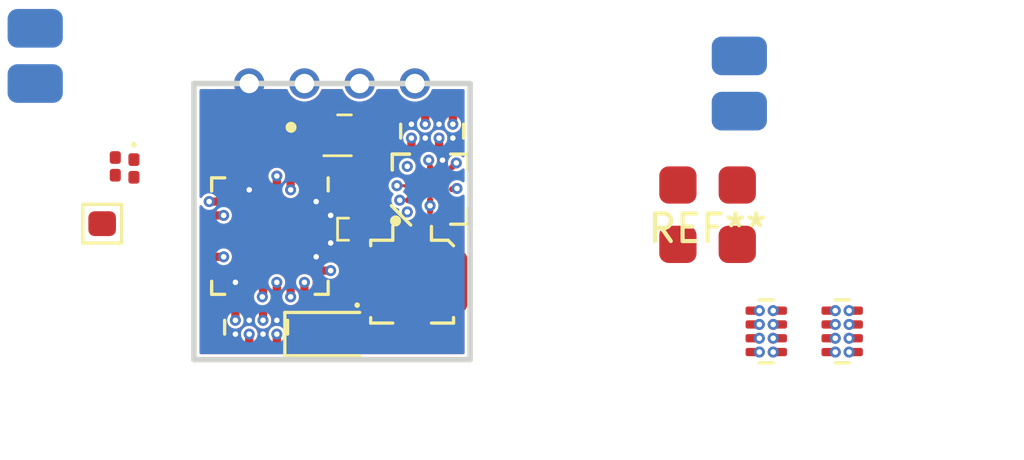
<source format=kicad_pcb>
(kicad_pcb (version 20171130) (host pcbnew 5.1.6-c6e7f7d~87~ubuntu18.04.1)
  (layers (0 F.Cu signal) (1 In1.Cu_Gnd signal) (2 In2.Cu_3V3 signal) (31 B.Cu signal) (34 B.Paste user) (35 F.Paste user) (36 B.SilkS user hide) (37 F.SilkS user) (38 B.Mask user) (39 F.Mask user) (44 Edge.Cuts user))
  (net 0 "")
  (net 1 GND)
  (net 2 3.3-5V_IN)
  (net 3 +3V3)
  (net 4 "Net-(D1-Pad1)")
  (net 5 LED1)
  (net 6 LED2)
  (net 7 Boot0)
  (net 8 UART_RX)
  (net 9 UART_TX)
  (net 10 NRST)
  (net 11 SWDIO)
  (net 12 "Net-(U1-PadC3)")
  (net 13 "Net-(U1-PadC4)")
  (net 14 "Net-(U1-PadD2)")
  (net 15 "Net-(D2-Pad2)")
  (net 16 "Net-(U1-PadB5)")
  (net 17 "Net-(U3-Pad14)")
  (net 18 "Net-(U3-Pad10)")
  (net 19 "Net-(U3-Pad9)")
  (net 20 "Net-(U3-Pad6)")
  (net 21 "Net-(U3-Pad4)")
  (net 22 "Net-(C6-Pad1)")
  (net 23 "Net-(C13-Pad1)")
  (net 24 "Net-(J1-Pad1)")
  (net 25 "Net-(U3-Pad22)")
  (net 26 NSS)
  (net 27 SCK)
  (net 28 MOSI)
  (net 29 MISO)
  (net 30 NRESET)
  (net 31 DI)
  (net 32 BUSY)
  (net 33 SWDCLK_BOOT0)
  (net 34 "Net-(U1-PadD1)")
  (net 35 "Net-(U1-PadB1)")
  (module footprints:molex_479480001_2g4-turret (layer F.Cu) (at 138.6 55.75)
    (fp_text reference REF** (at 0 0.5) (layer F.SilkS))
    (fp_text value molex_479480001_2g4-turret)
    (pad 2 smd roundrect (at -1.075 -1.075) (size 1.35 1.35) (layers F.Cu F.Paste F.Mask))
    (pad 2 smd roundrect (at 1.075 -1.075) (size 1.35 1.35) (layers F.Cu F.Paste F.Mask))
    (pad 2 smd roundrect (at 1.075 1.075) (size 1.35 1.35) (layers F.Cu F.Paste F.Mask))
    (pad 1 smd roundrect (at -1.075 1.075) (size 1.35 1.35) (layers F.Cu F.Paste F.Mask))
  )
  (module footprints:C_0402_1005Metric_dense (layer F.Cu) (at 120.725 59.55 270)
    (fp_text reference C13 hide)
    (fp_text value 470nF hide)
    (pad 2 smd roundrect (at 0.485 0 270) (size 0.59 0.64) (layers F.Cu F.Paste F.Mask) (net 1 GND))
    (pad 1 smd roundrect (at -0.485 0 270) (size 0.59 0.64) (layers F.Cu F.Paste F.Mask) (net 23 "Net-(C13-Pad1)"))
  )
  (module footprints:corner_castellated (layer F.Cu) (at 122 51)
    (fp_text reference TP9 hide)
    (fp_text value "Pad 1.5x1.5mm" hide)
    (pad 1 thru_hole circle (at 0 0) (size 1.1 1.1) (drill 0.7) (layers *.Cu *.Mask) (net 1 GND))
  )
  (module footprints:corner_castellated (layer F.Cu) (at 128 51)
    (fp_text reference TP8 hide)
    (fp_text value "Pad 1.5x1.5mm" hide)
    (pad 1 thru_hole circle (at 0 0) (size 1.1 1.1) (drill 0.7) (layers *.Cu *.Mask) (net 8 UART_RX))
  )
  (module footprints:corner_castellated (layer F.Cu) (at 126 51)
    (fp_text reference TP7 hide)
    (fp_text value "Pad 1.5x1.5mm" hide)
    (pad 1 thru_hole circle (at 0 0) (size 1.1 1.1) (drill 0.7) (layers *.Cu *.Mask) (net 9 UART_TX))
  )
  (module footprints:corner_castellated (layer F.Cu) (at 124 51)
    (fp_text reference TP6 hide)
    (fp_text value "Pad 1.5x1.5mm" hide)
    (pad 1 thru_hole circle (at 0 0) (size 1.1 1.1) (drill 0.7) (layers *.Cu *.Mask) (net 2 3.3-5V_IN))
  )
  (module footprints:QFN-24-1EP_4x4mm_P0.5mm_EP2.6x2.6mm_SX1280_dense (layer F.Cu) (at 122.75 56.525 270)
    (fp_text reference U3 hide)
    (fp_text value SX1280 hide)
    (fp_line (start -1.635 -2.11) (end -2.11 -2.11) (layer F.SilkS) (width 0.12))
    (fp_line (start 2.11 2.11) (end 2.11 1.635) (layer F.SilkS) (width 0.12))
    (fp_line (start 1.635 2.11) (end 2.11 2.11) (layer F.SilkS) (width 0.12))
    (fp_line (start -2.11 2.11) (end -2.11 1.635) (layer F.SilkS) (width 0.12))
    (fp_line (start -1.635 2.11) (end -2.11 2.11) (layer F.SilkS) (width 0.12))
    (fp_line (start 2.11 -2.11) (end 2.11 -1.635) (layer F.SilkS) (width 0.12))
    (fp_line (start 1.635 -2.11) (end 2.11 -2.11) (layer F.SilkS) (width 0.12))
    (pad 0 smd rect (at 0 0 270) (size 2.6 2.6) (layers F.Cu F.Mask) (net 1 GND))
    (pad 24 smd roundrect (at -1.25 -1.9375 270) (size 0.3 0.8) (layers F.Cu F.Paste F.Mask) (net 1 GND))
    (pad 23 smd roundrect (at -0.75 -1.9375 270) (size 0.3 0.8) (layers F.Cu F.Paste F.Mask) (net 1 GND))
    (pad 22 smd roundrect (at -0.25 -1.9375 270) (size 0.3 0.8) (layers F.Cu F.Paste F.Mask) (net 25 "Net-(U3-Pad22)"))
    (pad 21 smd roundrect (at 0.25 -1.9375 270) (size 0.3 0.8) (layers F.Cu F.Paste F.Mask) (net 1 GND))
    (pad 20 smd roundrect (at 0.75 -1.9375 270) (size 0.3 0.8) (layers F.Cu F.Paste F.Mask) (net 1 GND))
    (pad 19 smd roundrect (at 1.25 -1.9375 270) (size 0.3 0.8) (layers F.Cu F.Paste F.Mask) (net 26 NSS))
    (pad 18 smd roundrect (at 1.9375 -1.25 270) (size 0.8 0.3) (layers F.Cu F.Paste F.Mask) (net 27 SCK))
    (pad 17 smd roundrect (at 1.9375 -0.75 270) (size 0.8 0.3) (layers F.Cu F.Paste F.Mask) (net 28 MOSI))
    (pad 16 smd roundrect (at 1.9375 -0.25 270) (size 0.8 0.3) (layers F.Cu F.Paste F.Mask) (net 29 MISO))
    (pad 15 smd roundrect (at 1.9375 0.25 270) (size 0.8 0.3) (layers F.Cu F.Paste F.Mask) (net 3 +3V3))
    (pad 14 smd roundrect (at 1.9375 0.75 270) (size 0.8 0.3) (layers F.Cu F.Paste F.Mask) (net 17 "Net-(U3-Pad14)"))
    (pad 13 smd roundrect (at 1.9375 1.25 270) (size 0.8 0.3) (layers F.Cu F.Paste F.Mask) (net 1 GND))
    (pad 12 smd roundrect (at 1.25 1.9375 270) (size 0.3 0.8) (layers F.Cu F.Paste F.Mask) (net 23 "Net-(C13-Pad1)"))
    (pad 11 smd roundrect (at 0.75 1.9375 270) (size 0.3 0.8) (layers F.Cu F.Paste F.Mask) (net 3 +3V3))
    (pad 10 smd roundrect (at 0.25 1.9375 270) (size 0.3 0.8) (layers F.Cu F.Paste F.Mask) (net 18 "Net-(U3-Pad10)"))
    (pad 9 smd roundrect (at -0.25 1.9375 270) (size 0.3 0.8) (layers F.Cu F.Paste F.Mask) (net 19 "Net-(U3-Pad9)"))
    (pad 8 smd roundrect (at -0.75 1.9375 270) (size 0.3 0.8) (layers F.Cu F.Paste F.Mask) (net 31 DI))
    (pad 7 smd roundrect (at -1.25 1.9375 270) (size 0.3 0.8) (layers F.Cu F.Paste F.Mask) (net 32 BUSY))
    (pad 6 smd roundrect (at -1.9375 1.25 270) (size 0.8 0.3) (layers F.Cu F.Paste F.Mask) (net 20 "Net-(U3-Pad6)"))
    (pad 5 smd roundrect (at -1.9375 0.75 270) (size 0.8 0.3) (layers F.Cu F.Paste F.Mask) (net 1 GND))
    (pad 4 smd roundrect (at -1.9375 0.25 270) (size 0.8 0.3) (layers F.Cu F.Paste F.Mask) (net 21 "Net-(U3-Pad4)"))
    (pad 3 smd roundrect (at -1.9375 -0.25 270) (size 0.8 0.3) (layers F.Cu F.Paste F.Mask) (net 30 NRESET))
    (pad 2 smd roundrect (at -1.9375 -0.75 270) (size 0.8 0.3) (layers F.Cu F.Paste F.Mask) (net 23 "Net-(C13-Pad1)"))
    (pad 1 smd roundrect (at -1.9375 -1.25 270) (size 0.8 0.3) (layers F.Cu F.Paste F.Mask) (net 22 "Net-(C6-Pad1)"))
  )
  (module footprints:C_0201_0603Metric_dense (layer F.Cu) (at 123.5 53.425 90)
    (fp_text reference C4 hide)
    (fp_text value 10nF hide)
    (pad 2 smd roundrect (at 0.32 0 90) (size 0.46 0.4) (layers F.Cu F.Mask) (net 1 GND))
    (pad 1 smd roundrect (at -0.32 0 90) (size 0.46 0.4) (layers F.Cu F.Mask) (net 23 "Net-(C13-Pad1)"))
  )
  (module footprints:XTAL_ECS-320-8-47-CKM-TR (layer F.Cu) (at 122 53.125 180)
    (fp_text reference Y1 hide)
    (fp_text value 52M hide)
    (fp_circle (center -1.515 0.5398) (end -1.415 0.5398) (layer F.SilkS) (width 0.2))
    (pad 4 smd rect (at -0.525 -0.375 180) (size 0.75 0.65) (layers F.Cu F.Paste F.Mask) (net 21 "Net-(U3-Pad4)"))
    (pad 3 smd rect (at 0.525 -0.375 180) (size 0.75 0.65) (layers F.Cu F.Paste F.Mask) (net 1 GND))
    (pad 2 smd rect (at 0.525 0.375 180) (size 0.75 0.65) (layers F.Cu F.Paste F.Mask) (net 20 "Net-(U3-Pad6)"))
    (pad 1 smd rect (at -0.525 0.375 180) (size 0.75 0.65) (layers F.Cu F.Paste F.Mask) (net 1 GND))
  )
  (module footprints:2450FM07D0034T (layer F.Cu) (at 126.2 56.275)
    (fp_text reference U4 hide)
    (fp_text value 2450FM07D0034T hide)
    (fp_line (start -0.6 -0.4) (end -1 -0.4) (layer F.SilkS) (width 0.1))
    (fp_line (start -1 -0.4) (end -1 0.4) (layer F.SilkS) (width 0.1))
    (fp_line (start -1 0.4) (end -0.6 0.4) (layer F.SilkS) (width 0.1))
    (pad 4 smd roundrect (at 0 -0.35) (size 0.3 0.5) (layers F.Cu F.Paste F.Mask) (net 1 GND))
    (pad 3 smd roundrect (at 0.6 0) (size 0.55 0.55) (layers F.Cu F.Paste F.Mask) (net 24 "Net-(J1-Pad1)"))
    (pad 2 smd roundrect (at 0 0.35) (size 0.3 0.5) (layers F.Cu F.Paste F.Mask) (net 1 GND))
    (pad 1 smd roundrect (at -0.6 0) (size 0.55 0.55) (layers F.Cu F.Paste F.Mask) (net 25 "Net-(U3-Pad22)"))
  )
  (module footprints:C_0201_0603Metric_dense (layer F.Cu) (at 124.95 54.075)
    (fp_text reference C6 hide)
    (fp_text value 10nF hide)
    (pad 2 smd roundrect (at 0.32 0) (size 0.46 0.4) (layers F.Cu F.Mask) (net 1 GND))
    (pad 1 smd roundrect (at -0.32 0) (size 0.46 0.4) (layers F.Cu F.Mask) (net 22 "Net-(C6-Pad1)"))
  )
  (module footprints:BGA-25_5x5_2.3x2.5mm (layer F.Cu) (at 128.55 54.825 90)
    (fp_text reference U1 hide)
    (fp_text value STM32G071EBY6TR hide)
    (fp_line (start 0.695 -1.37) (end 1.27 -1.37) (layer F.SilkS) (width 0.12))
    (fp_line (start 1.27 -1.37) (end 1.27 -0.745) (layer F.SilkS) (width 0.12))
    (fp_line (start 0.695 -1.37) (end 1.27 -1.37) (layer F.SilkS) (width 0.12))
    (fp_line (start 1.27 -1.37) (end 1.27 -0.745) (layer F.SilkS) (width 0.12))
    (fp_line (start 0.695 1.37) (end 1.27 1.37) (layer F.SilkS) (width 0.12))
    (fp_line (start 1.27 1.37) (end 1.27 0.745) (layer F.SilkS) (width 0.12))
    (fp_line (start 0.695 -1.37) (end 1.27 -1.37) (layer F.SilkS) (width 0.12))
    (fp_line (start 1.27 -1.37) (end 1.27 -0.745) (layer F.SilkS) (width 0.12))
    (fp_line (start -0.695 1.37) (end -1.27 1.37) (layer F.SilkS) (width 0.12))
    (fp_line (start -1.27 1.37) (end -1.27 0.745) (layer F.SilkS) (width 0.12))
    (fp_line (start -0.6 -1.4) (end -1.3 -0.7) (layer F.SilkS) (width 0.12))
    (fp_circle (center -1.15 -1.25) (end -1.15 -1.15) (layer F.SilkS) (width 0.2))
    (pad E5 smd circle (at 0.8 0.8 90) (size 0.225 0.225) (layers F.Cu F.Paste F.Mask) (net 10 NRST))
    (pad D5 smd circle (at 0.8 0.4 90) (size 0.225 0.225) (layers F.Cu F.Paste F.Mask) (net 1 GND))
    (pad C5 smd circle (at 0.8 0 90) (size 0.225 0.225) (layers F.Cu F.Paste F.Mask) (net 3 +3V3))
    (pad B5 smd circle (at 0.8 -0.4 90) (size 0.225 0.225) (layers F.Cu F.Paste F.Mask) (net 16 "Net-(U1-PadB5)"))
    (pad A5 smd circle (at 0.8 -0.8 90) (size 0.225 0.225) (layers F.Cu F.Paste F.Mask) (net 31 DI))
    (pad E4 smd circle (at 0.4 0.8 90) (size 0.225 0.225) (layers F.Cu F.Paste F.Mask) (net 26 NSS))
    (pad D4 smd circle (at 0.4 0.4 90) (size 0.225 0.225) (layers F.Cu F.Paste F.Mask) (net 30 NRESET))
    (pad C4 smd circle (at 0.4 0 90) (size 0.225 0.225) (layers F.Cu F.Paste F.Mask) (net 13 "Net-(U1-PadC4)"))
    (pad B4 smd circle (at 0.4 -0.4 90) (size 0.225 0.225) (layers F.Cu F.Paste F.Mask) (net 9 UART_TX))
    (pad A4 smd circle (at 0.4 -0.8 90) (size 0.225 0.225) (layers F.Cu F.Paste F.Mask) (net 8 UART_RX))
    (pad E3 smd circle (at 0 0.8 90) (size 0.225 0.225) (layers F.Cu F.Paste F.Mask) (net 27 SCK))
    (pad D3 smd circle (at 0 0.4 90) (size 0.225 0.225) (layers F.Cu F.Paste F.Mask) (net 30 NRESET))
    (pad C3 smd circle (at 0 0 90) (size 0.225 0.225) (layers F.Cu F.Paste F.Mask) (net 12 "Net-(U1-PadC3)"))
    (pad B3 smd circle (at 0 -0.4 90) (size 0.225 0.225) (layers F.Cu F.Paste F.Mask) (net 9 UART_TX))
    (pad A3 smd circle (at 0 -0.8 90) (size 0.225 0.225) (layers F.Cu F.Paste F.Mask) (net 28 MOSI))
    (pad E2 smd circle (at -0.4 0.8 90) (size 0.225 0.225) (layers F.Cu F.Paste F.Mask) (net 32 BUSY))
    (pad D2 smd circle (at -0.4 0.4 90) (size 0.225 0.225) (layers F.Cu F.Paste F.Mask) (net 14 "Net-(U1-PadD2)"))
    (pad C2 smd circle (at -0.4 0 90) (size 0.225 0.225) (layers F.Cu F.Paste F.Mask) (net 29 MISO))
    (pad B2 smd circle (at -0.4 -0.4 90) (size 0.225 0.225) (layers F.Cu F.Paste F.Mask) (net 11 SWDIO))
    (pad A2 smd circle (at -0.4 -0.8 90) (size 0.225 0.225) (layers F.Cu F.Paste F.Mask) (net 33 SWDCLK_BOOT0))
    (pad E1 smd circle (at -0.8 0.8 90) (size 0.225 0.225) (layers F.Cu F.Paste F.Mask) (net 5 LED1))
    (pad D1 smd circle (at -0.8 0.4 90) (size 0.225 0.225) (layers F.Cu F.Paste F.Mask) (net 34 "Net-(U1-PadD1)"))
    (pad C1 smd circle (at -0.8 0 90) (size 0.225 0.225) (layers F.Cu F.Paste F.Mask) (net 29 MISO))
    (pad B1 smd circle (at -0.8 -0.4 90) (size 0.225 0.225) (layers F.Cu F.Paste F.Mask) (net 35 "Net-(U1-PadB1)"))
    (pad A1 smd circle (at -0.8 -0.8 90) (size 0.225 0.225) (layers F.Cu F.Paste F.Mask) (net 11 SWDIO))
  )
  (module ftprnts:AVX_S_CASE (layer F.Cu) (at 124.65 60.075)
    (fp_text reference C12 hide)
    (fp_text value 100uF hide)
    (fp_line (start -1.36 -0.785) (end -1.36 0.785) (layer F.SilkS) (width 0.12))
    (fp_line (start -1.36 0.785) (end 1.35 0.785) (layer F.SilkS) (width 0.12))
    (fp_line (start 1.35 -0.785) (end -1.36 -0.785) (layer F.SilkS) (width 0.12))
    (pad 2 smd roundrect (at 0.85 0) (size 0.7 1) (layers F.Cu F.Paste F.Mask) (roundrect_rratio 0.1) (net 1 GND))
    (pad 1 smd roundrect (at -0.85 0 180) (size 0.7 1) (layers F.Cu F.Paste F.Mask) (roundrect_rratio 0.1) (net 3 +3V3))
  )
  (module footprints:0805_low_esl_cap_avx_w_via_dense (layer F.Cu) (at 122.25 59.825 270)
    (fp_text reference C11 hide)
    (fp_text value 2.2uF hide)
    (fp_line (start 0.25 -1.14) (end -0.25 -1.14) (layer F.SilkS) (width 0.12))
    (fp_line (start 0.25 1.14) (end -0.25 1.14) (layer F.SilkS) (width 0.12))
    (pad 2 thru_hole circle (at -0.25 -0.25 270) (size 0.4 0.4) (drill 0.2) (layers *.Cu) (net 3 +3V3))
    (pad 1 thru_hole circle (at -0.25 0.25 270) (size 0.4 0.4) (drill 0.2) (layers *.Cu) (net 1 GND))
    (pad 2 smd roundrect (at -0.5 -0.25 270) (size 0.5 0.3) (layers F.Cu F.Paste F.Mask) (net 3 +3V3))
    (pad 1 smd roundrect (at -0.5 0.25 270) (size 0.5 0.3) (layers F.Cu F.Paste F.Mask) (net 1 GND))
    (pad 2 smd roundrect (at 0.5 0.25 270) (size 0.5 0.3) (layers F.Cu F.Paste F.Mask) (net 3 +3V3))
    (pad 1 smd roundrect (at -0.5 -0.75 270) (size 0.5 0.3) (layers F.Cu F.Paste F.Mask) (net 1 GND))
    (pad 2 smd roundrect (at 0.5 -0.75 270) (size 0.5 0.3) (layers F.Cu F.Paste F.Mask) (net 3 +3V3))
    (pad 1 smd roundrect (at 0.5 -0.25 270) (size 0.5 0.3) (layers F.Cu F.Paste F.Mask) (net 1 GND))
    (pad 2 smd roundrect (at -0.5 0.75 270) (size 0.5 0.3) (layers F.Cu F.Paste F.Mask) (net 3 +3V3))
    (pad 1 smd roundrect (at 0.5 0.75 270) (size 0.5 0.3) (layers F.Cu F.Paste F.Mask) (net 1 GND))
    (pad 2 thru_hole circle (at -0.25 0.75 270) (size 0.4 0.4) (drill 0.2) (layers *.Cu) (net 3 +3V3))
    (pad 2 thru_hole circle (at 0.25 0.25 270) (size 0.4 0.4) (drill 0.2) (layers *.Cu) (net 3 +3V3))
    (pad 1 thru_hole circle (at -0.25 -0.75 270) (size 0.4 0.4) (drill 0.2) (layers *.Cu) (net 1 GND))
    (pad 1 thru_hole circle (at 0.25 0.75 270) (size 0.4 0.4) (drill 0.2) (layers *.Cu) (net 1 GND))
    (pad 1 thru_hole circle (at 0.25 -0.25 270) (size 0.4 0.4) (drill 0.2) (layers *.Cu) (net 1 GND))
    (pad 2 thru_hole circle (at 0.25 -0.75 270) (size 0.4 0.4) (drill 0.2) (layers *.Cu) (net 3 +3V3))
  )
  (module footprints:0805_low_esl_cap_avx_w_via_dense (layer F.Cu) (at 128.625 52.725 270)
    (fp_text reference C10 hide)
    (fp_text value 2.2uF hide)
    (fp_line (start 0.25 1.14) (end -0.25 1.14) (layer F.SilkS) (width 0.12))
    (fp_line (start 0.25 -1.14) (end -0.25 -1.14) (layer F.SilkS) (width 0.12))
    (pad 2 thru_hole circle (at 0.25 -0.75 270) (size 0.4 0.4) (drill 0.2) (layers *.Cu) (net 1 GND))
    (pad 1 thru_hole circle (at 0.25 -0.25 270) (size 0.4 0.4) (drill 0.2) (layers *.Cu) (net 3 +3V3))
    (pad 1 thru_hole circle (at 0.25 0.75 270) (size 0.4 0.4) (drill 0.2) (layers *.Cu) (net 3 +3V3))
    (pad 1 thru_hole circle (at -0.25 -0.75 270) (size 0.4 0.4) (drill 0.2) (layers *.Cu) (net 3 +3V3))
    (pad 2 thru_hole circle (at 0.25 0.25 270) (size 0.4 0.4) (drill 0.2) (layers *.Cu) (net 1 GND))
    (pad 2 thru_hole circle (at -0.25 0.75 270) (size 0.4 0.4) (drill 0.2) (layers *.Cu) (net 1 GND))
    (pad 1 smd roundrect (at 0.5 0.75 270) (size 0.5 0.3) (layers F.Cu F.Paste F.Mask) (net 3 +3V3))
    (pad 2 smd roundrect (at -0.5 0.75 270) (size 0.5 0.3) (layers F.Cu F.Paste F.Mask) (net 1 GND))
    (pad 1 smd roundrect (at 0.5 -0.25 270) (size 0.5 0.3) (layers F.Cu F.Paste F.Mask) (net 3 +3V3))
    (pad 2 smd roundrect (at 0.5 -0.75 270) (size 0.5 0.3) (layers F.Cu F.Paste F.Mask) (net 1 GND))
    (pad 1 smd roundrect (at -0.5 -0.75 270) (size 0.5 0.3) (layers F.Cu F.Paste F.Mask) (net 3 +3V3))
    (pad 2 smd roundrect (at 0.5 0.25 270) (size 0.5 0.3) (layers F.Cu F.Paste F.Mask) (net 1 GND))
    (pad 1 smd roundrect (at -0.5 0.25 270) (size 0.5 0.3) (layers F.Cu F.Paste F.Mask) (net 3 +3V3))
    (pad 2 smd roundrect (at -0.5 -0.25 270) (size 0.5 0.3) (layers F.Cu F.Paste F.Mask) (net 1 GND))
    (pad 1 thru_hole circle (at -0.25 0.25 270) (size 0.4 0.4) (drill 0.2) (layers *.Cu) (net 3 +3V3))
    (pad 2 thru_hole circle (at -0.25 -0.25 270) (size 0.4 0.4) (drill 0.2) (layers *.Cu) (net 1 GND))
  )
  (module footprints:0805_low_esl_cap_avx_w_via_dense (layer F.Cu) (at 143.475 59.975)
    (fp_text reference C9 hide)
    (fp_text value 2.2uF hide)
    (fp_line (start 0.25 -1.14) (end -0.25 -1.14) (layer F.SilkS) (width 0.12))
    (fp_line (start 0.25 1.14) (end -0.25 1.14) (layer F.SilkS) (width 0.12))
    (pad 2 thru_hole circle (at -0.25 -0.25) (size 0.4 0.4) (drill 0.2) (layers *.Cu) (net 3 +3V3))
    (pad 1 thru_hole circle (at -0.25 0.25) (size 0.4 0.4) (drill 0.2) (layers *.Cu) (net 1 GND))
    (pad 2 smd roundrect (at -0.5 -0.25) (size 0.5 0.3) (layers F.Cu F.Paste F.Mask) (net 3 +3V3))
    (pad 1 smd roundrect (at -0.5 0.25) (size 0.5 0.3) (layers F.Cu F.Paste F.Mask) (net 1 GND))
    (pad 2 smd roundrect (at 0.5 0.25) (size 0.5 0.3) (layers F.Cu F.Paste F.Mask) (net 3 +3V3))
    (pad 1 smd roundrect (at -0.5 -0.75) (size 0.5 0.3) (layers F.Cu F.Paste F.Mask) (net 1 GND))
    (pad 2 smd roundrect (at 0.5 -0.75) (size 0.5 0.3) (layers F.Cu F.Paste F.Mask) (net 3 +3V3))
    (pad 1 smd roundrect (at 0.5 -0.25) (size 0.5 0.3) (layers F.Cu F.Paste F.Mask) (net 1 GND))
    (pad 2 smd roundrect (at -0.5 0.75) (size 0.5 0.3) (layers F.Cu F.Paste F.Mask) (net 3 +3V3))
    (pad 1 smd roundrect (at 0.5 0.75) (size 0.5 0.3) (layers F.Cu F.Paste F.Mask) (net 1 GND))
    (pad 2 thru_hole circle (at -0.25 0.75) (size 0.4 0.4) (drill 0.2) (layers *.Cu) (net 3 +3V3))
    (pad 2 thru_hole circle (at 0.25 0.25) (size 0.4 0.4) (drill 0.2) (layers *.Cu) (net 3 +3V3))
    (pad 1 thru_hole circle (at -0.25 -0.75) (size 0.4 0.4) (drill 0.2) (layers *.Cu) (net 1 GND))
    (pad 1 thru_hole circle (at 0.25 0.75) (size 0.4 0.4) (drill 0.2) (layers *.Cu) (net 1 GND))
    (pad 1 thru_hole circle (at 0.25 -0.25) (size 0.4 0.4) (drill 0.2) (layers *.Cu) (net 1 GND))
    (pad 2 thru_hole circle (at 0.25 -0.75) (size 0.4 0.4) (drill 0.2) (layers *.Cu) (net 3 +3V3))
  )
  (module footprints:0805_low_esl_cap_avx_w_via_dense (layer F.Cu) (at 140.725 59.975)
    (fp_text reference C7 hide)
    (fp_text value 2.2uF hide)
    (fp_line (start 0.25 -1.14) (end -0.25 -1.14) (layer F.SilkS) (width 0.12))
    (fp_line (start 0.25 1.14) (end -0.25 1.14) (layer F.SilkS) (width 0.12))
    (pad 2 thru_hole circle (at -0.25 -0.25) (size 0.4 0.4) (drill 0.2) (layers *.Cu) (net 1 GND))
    (pad 1 thru_hole circle (at -0.25 0.25) (size 0.4 0.4) (drill 0.2) (layers *.Cu) (net 3 +3V3))
    (pad 2 smd roundrect (at -0.5 -0.25) (size 0.5 0.3) (layers F.Cu F.Paste F.Mask) (net 1 GND))
    (pad 1 smd roundrect (at -0.5 0.25) (size 0.5 0.3) (layers F.Cu F.Paste F.Mask) (net 3 +3V3))
    (pad 2 smd roundrect (at 0.5 0.25) (size 0.5 0.3) (layers F.Cu F.Paste F.Mask) (net 1 GND))
    (pad 1 smd roundrect (at -0.5 -0.75) (size 0.5 0.3) (layers F.Cu F.Paste F.Mask) (net 3 +3V3))
    (pad 2 smd roundrect (at 0.5 -0.75) (size 0.5 0.3) (layers F.Cu F.Paste F.Mask) (net 1 GND))
    (pad 1 smd roundrect (at 0.5 -0.25) (size 0.5 0.3) (layers F.Cu F.Paste F.Mask) (net 3 +3V3))
    (pad 2 smd roundrect (at -0.5 0.75) (size 0.5 0.3) (layers F.Cu F.Paste F.Mask) (net 1 GND))
    (pad 1 smd roundrect (at 0.5 0.75) (size 0.5 0.3) (layers F.Cu F.Paste F.Mask) (net 3 +3V3))
    (pad 2 thru_hole circle (at -0.25 0.75) (size 0.4 0.4) (drill 0.2) (layers *.Cu) (net 1 GND))
    (pad 2 thru_hole circle (at 0.25 0.25) (size 0.4 0.4) (drill 0.2) (layers *.Cu) (net 1 GND))
    (pad 1 thru_hole circle (at -0.25 -0.75) (size 0.4 0.4) (drill 0.2) (layers *.Cu) (net 3 +3V3))
    (pad 1 thru_hole circle (at 0.25 0.75) (size 0.4 0.4) (drill 0.2) (layers *.Cu) (net 3 +3V3))
    (pad 1 thru_hole circle (at 0.25 -0.25) (size 0.4 0.4) (drill 0.2) (layers *.Cu) (net 3 +3V3))
    (pad 2 thru_hole circle (at 0.25 -0.75) (size 0.4 0.4) (drill 0.2) (layers *.Cu) (net 1 GND))
  )
  (module ftprnts:TestPoint_Pad_1.5x2mm (layer B.Cu) (at 114 51)
    (fp_text reference TP5 hide)
    (fp_text value "Pad 1.5x1.5mm" hide)
    (pad 1 smd roundrect (at 0.25 0) (size 2 1.4) (layers B.Cu B.Mask) (net 9 UART_TX))
  )
  (module ftprnts:TestPoint_Pad_1.5x2mm (layer B.Cu) (at 114 49)
    (fp_text reference TP4 hide)
    (fp_text value "Pad 1.5x1.5mm" hide)
    (pad 1 smd roundrect (at 0.25 0) (size 2 1.4) (layers B.Cu B.Mask) (net 8 UART_RX))
  )
  (module ftprnts:TestPoint_Pad_1.5x2mm (layer B.Cu) (at 140 52 180)
    (fp_text reference TP3 hide)
    (fp_text value "Pad 1.5x1.5mm" hide)
    (pad 1 smd roundrect (at 0.25 0 180) (size 2 1.4) (layers B.Cu B.Mask) (net 2 3.3-5V_IN))
  )
  (module ftprnts:TestPoint_Pad_1.5x2mm (layer B.Cu) (at 139.5 50)
    (fp_text reference TP2 hide)
    (fp_text value "Pad 1.5x1.5mm" hide)
    (pad 1 smd roundrect (at 0.25 0) (size 2 1.4) (layers B.Cu B.Mask) (net 1 GND))
  )
  (module Connector_Coaxial:U.FL_Molex_MCRF_73412-0110_Vertical (layer F.Cu) (at 127.9 58.175 180)
    (fp_text reference J1 hide)
    (fp_text value u.fl hide)
    (fp_line (start 0.7 1.5) (end 0.7 2) (layer F.SilkS) (width 0.12))
    (fp_line (start -0.7 1.5) (end -0.7 2) (layer F.SilkS) (width 0.12))
    (fp_line (start -0.7 1.5) (end -1.3 1.5) (layer F.SilkS) (width 0.12))
    (fp_line (start -1.3 1.5) (end -1.5 1.3) (layer F.SilkS) (width 0.12))
    (fp_line (start 1.5 1.3) (end 1.5 1.5) (layer F.SilkS) (width 0.12))
    (fp_line (start 1.5 1.5) (end 0.7 1.5) (layer F.SilkS) (width 0.12))
    (fp_line (start 0.7 -1.5) (end 1.5 -1.5) (layer F.SilkS) (width 0.12))
    (fp_line (start 1.5 -1.5) (end 1.5 -1.3) (layer F.SilkS) (width 0.12))
    (fp_line (start -1.5 -1.3) (end -1.5 -1.5) (layer F.SilkS) (width 0.12))
    (fp_line (start -1.5 -1.5) (end -0.7 -1.5) (layer F.SilkS) (width 0.12))
    (pad 2 smd roundrect (at -1.475 0 180) (size 1.05 2.2) (layers F.Cu F.Paste F.Mask) (net 1 GND))
    (pad 2 smd roundrect (at 1.475 0 180) (size 1.05 2.2) (layers F.Cu F.Paste F.Mask) (net 1 GND))
    (pad 2 smd roundrect (at 0 -1.5 180) (size 1 1) (layers F.Cu F.Paste F.Mask) (net 1 GND))
    (pad 1 smd rect (at 0 1.5 180) (size 1 1) (layers F.Cu F.Paste F.Mask) (net 24 "Net-(J1-Pad1)"))
  )
  (module ftprnts:R_0201_0603Metric_dense (layer F.Cu) (at 127 52.775 270)
    (fp_text reference R4 hide)
    (fp_text value 10k hide)
    (pad 2 smd roundrect (at 0.32 0 270) (size 0.46 0.4) (layers F.Cu F.Mask) (net 7 Boot0))
    (pad 1 smd roundrect (at -0.32 0 270) (size 0.46 0.4) (layers F.Cu F.Mask) (net 1 GND))
  )
  (module ftprnts:R_0201_0603Metric_dense (layer F.Cu) (at 117.15 54 90)
    (fp_text reference R2 hide)
    (fp_text value 270R hide)
    (pad 2 smd roundrect (at 0.32 0 90) (size 0.46 0.4) (layers F.Cu F.Mask) (net 6 LED2))
    (pad 1 smd roundrect (at -0.32 0 90) (size 0.46 0.4) (layers F.Cu F.Mask) (net 15 "Net-(D2-Pad2)"))
  )
  (module ftprnts:R_0201_0603Metric_dense (layer F.Cu) (at 125.5 58.025 270)
    (fp_text reference R1 hide)
    (fp_text value 270R hide)
    (pad 2 smd roundrect (at 0.32 0 270) (size 0.46 0.4) (layers F.Cu F.Mask) (net 4 "Net-(D1-Pad1)"))
    (pad 1 smd roundrect (at -0.32 0 270) (size 0.46 0.4) (layers F.Cu F.Mask) (net 5 LED1))
  )
  (module ftprnts:L_0402_1005Metric_dense (layer F.Cu) (at 126.2 53 270)
    (fp_text reference C5 hide)
    (fp_text value 10µF hide)
    (pad 2 smd roundrect (at 0.485 0 270) (size 0.59 0.64) (layers F.Cu F.Paste F.Mask) (net 1 GND))
    (pad 1 smd roundrect (at -0.485 0 270) (size 0.59 0.64) (layers F.Cu F.Paste F.Mask) (net 3 +3V3))
  )
  (module ftprnts:L_0402_1005Metric_dense (layer F.Cu) (at 124.225 52.9 90)
    (fp_text reference C3 hide)
    (fp_text value 10µF hide)
    (pad 2 smd roundrect (at 0.485 0 90) (size 0.59 0.64) (layers F.Cu F.Paste F.Mask) (net 1 GND))
    (pad 1 smd roundrect (at -0.485 0 90) (size 0.59 0.64) (layers F.Cu F.Paste F.Mask) (net 2 3.3-5V_IN))
  )
  (module Package_DFN_QFN:UDFN-4_1x1mm_P0.65mm (layer F.Cu) (at 125.2 52.875 270)
    (fp_text reference U2 hide)
    (fp_text value NCP160 hide)
    (fp_line (start 0.74 -0.5) (end 0.74 0.5) (layer F.SilkS) (width 0.1))
    (fp_line (start -0.74 -0.5) (end -0.74 0) (layer F.SilkS) (width 0.1))
    (pad 5 smd rect (at 0 -0.17 225) (size 0.24 0.24) (layers F.Cu F.Paste F.Mask) (net 1 GND))
    (pad 5 smd rect (at -0.17 0 225) (size 0.24 0.24) (layers F.Cu F.Paste F.Mask) (net 1 GND))
    (pad 5 smd rect (at 0.17 0 225) (size 0.24 0.24) (layers F.Cu F.Paste F.Mask) (net 1 GND))
    (pad 3 smd rect (at 0.345 0.415) (size 0.07 0.19) (layers F.Cu F.Paste F.Mask) (net 2 3.3-5V_IN))
    (pad 1 smd trapezoid (at -0.38 -0.35 90) (size 0.2 0.2) (rect_delta 0 0.19999) (layers F.Cu F.Paste F.Mask) (net 3 +3V3))
    (pad 3 smd trapezoid (at 0.43 0.29 270) (size 0.18 0.18) (rect_delta 0 0.17999) (layers F.Cu F.Paste F.Mask) (net 2 3.3-5V_IN))
    (pad 3 smd rect (at 0.54 0.325 180) (size 0.25 0.22) (layers F.Cu F.Paste F.Mask) (net 2 3.3-5V_IN))
    (pad 4 smd rect (at 0.34 -0.415) (size 0.07 0.19) (layers F.Cu F.Paste F.Mask) (net 2 3.3-5V_IN))
    (pad 4 smd trapezoid (at 0.425 -0.29 180) (size 0.18 0.18) (rect_delta 0.1799 0) (layers F.Cu F.Paste F.Mask) (net 2 3.3-5V_IN))
    (pad 4 smd rect (at 0.54 -0.325 180) (size 0.25 0.22) (layers F.Cu F.Paste F.Mask) (net 2 3.3-5V_IN))
    (pad 1 smd rect (at -0.54 -0.325 180) (size 0.25 0.22) (layers F.Cu F.Paste F.Mask) (net 3 +3V3))
    (pad 5 smd rect (at 0 0.17 225) (size 0.24 0.24) (layers F.Cu F.Paste F.Mask) (net 1 GND))
    (pad 2 smd rect (at -0.54 0.325 180) (size 0.25 0.22) (layers F.Cu F.Paste F.Mask) (net 1 GND))
    (pad 1 smd trapezoid (at -0.43 -0.3 90) (size 0.2 0.2) (rect_delta 0 0.19999) (layers F.Cu F.Paste F.Mask) (net 3 +3V3))
    (pad 2 smd trapezoid (at -0.43 0.29) (size 0.18 0.18) (rect_delta 0.1799 0) (layers F.Cu F.Paste F.Mask) (net 1 GND))
    (pad 2 smd rect (at -0.345 0.415) (size 0.07 0.19) (layers F.Cu F.Paste F.Mask) (net 1 GND))
  )
  (module TestPoint:TestPoint_Pad_1.0x1.0mm (layer F.Cu) (at 116.675 56.075)
    (fp_text reference TP1 hide)
    (fp_text value "Pad 1x1mm" hide)
    (fp_line (start -0.7 -0.7) (end 0.7 -0.7) (layer F.SilkS) (width 0.12))
    (fp_line (start 0.7 -0.7) (end 0.7 0.7) (layer F.SilkS) (width 0.12))
    (fp_line (start 0.7 0.7) (end -0.7 0.7) (layer F.SilkS) (width 0.12))
    (fp_line (start -0.7 0.7) (end -0.7 -0.7) (layer F.SilkS) (width 0.12))
    (pad 1 smd roundrect (at 0 0) (size 1 0.9) (layers F.Cu F.Mask) (net 7 Boot0))
  )
  (module ftprnts:C_0201_0603Metric_dense (layer F.Cu) (at 125.575 55.225 270)
    (fp_text reference C8 hide)
    (fp_text value 100nF hide)
    (pad 2 smd roundrect (at 0.32 0 270) (size 0.46 0.4) (layers F.Cu F.Mask) (net 1 GND))
    (pad 1 smd roundrect (at -0.32 0 270) (size 0.46 0.4) (layers F.Cu F.Mask) (net 10 NRST))
  )
  (module Fiducial:Fiducial_0.5mm_Dia_1mm_Outer (layer F.Cu) (at 120.75 51.75)
    (fp_text reference FID2 hide)
    (fp_text value Fiducial hide)
    (pad 1 smd circle (at 0 0) (size 0.5 0.5) (layers F.Cu F.Mask) (net 11 SWDIO) (clearance 0.2))
  )
  (module LED_SMD:LED_0201_0603Metric (layer F.Cu) (at 125.05 59.025 180)
    (fp_text reference D1 hide)
    (fp_text value LED_BLUE hide)
    (fp_circle (center -0.86 0) (end -0.81 0) (layer F.SilkS) (width 0.1))
    (pad 2 smd roundrect (at 0.32 0 180) (size 0.46 0.4) (layers F.Cu F.Mask) (net 3 +3V3))
    (pad 1 smd roundrect (at -0.32 0 180) (size 0.46 0.4) (layers F.Cu F.Mask) (net 4 "Net-(D1-Pad1)"))
  )
  (module LED_SMD:LED_0201_0603Metric (layer F.Cu) (at 117.825 54.075 270)
    (fp_text reference D2 hide)
    (fp_text value LED_WHITE hide)
    (fp_circle (center -0.86 0) (end -0.81 0) (layer F.SilkS) (width 0.1))
    (pad 2 smd roundrect (at 0.32 0 270) (size 0.46 0.4) (layers F.Cu F.Mask) (net 15 "Net-(D2-Pad2)"))
    (pad 1 smd roundrect (at -0.32 0 270) (size 0.46 0.4) (layers F.Cu F.Mask) (net 1 GND))
  )
  (module Fiducial:Fiducial_0.5mm_Dia_1mm_Outer (layer F.Cu) (at 126.475 54.775)
    (fp_text reference FID1 hide)
    (fp_text value Fiducial hide)
    (pad 1 smd circle (at 0 0) (size 0.5 0.5) (layers F.Cu F.Mask) (net 10 NRST) (clearance 0.2))
  )
  (module Fiducial:Fiducial_0.5mm_Dia_1mm_Outer (layer F.Cu) (at 129.25 60.225)
    (fp_text reference FID3 hide)
    (fp_text value Fiducial hide)
    (pad 1 smd circle (at 0 0) (size 0.5 0.5) (layers F.Cu F.Mask) (net 33 SWDCLK_BOOT0) (clearance 0.05))
  )
  (gr_line (start 130 51) (end 130 61) (layer Edge.Cuts) (width 0.2))
  (gr_line (start 120 61) (end 120 51) (layer Edge.Cuts) (width 0.2))
  (gr_line (start 130 61) (end 120 61) (layer Edge.Cuts) (width 0.2))
  (gr_line (start 120 51) (end 130 51) (layer Edge.Cuts) (width 0.2))
  (via (at 127.725 55.65) (size 0.4) (drill 0.2) (layers F.Cu B.Cu) (net 11))
  (via (at 127.725 54) (size 0.4) (drill 0.2) (layers F.Cu B.Cu) (net 31))
  (via (at 120.55 55.275) (size 0.4) (drill 0.2) (layers F.Cu B.Cu) (net 32))
  (via (at 121.075 55.775) (size 0.4) (drill 0.2) (layers F.Cu B.Cu) (net 31))
  (via (at 121.075 57.275) (size 0.4) (drill 0.2) (layers F.Cu B.Cu) (net 3))
  (via (at 121.5 58.2) (size 0.4) (drill 0.2) (layers F.Cu B.Cu) (net 1))
  (via (at 122.475 58.725) (size 0.4) (drill 0.2) (layers F.Cu B.Cu) (net 3))
  (via (at 123 58.2) (size 0.4) (drill 0.2) (layers F.Cu B.Cu) (net 29))
  (via (at 123.5 58.725) (size 0.4) (drill 0.2) (layers F.Cu B.Cu) (net 28))
  (via (at 124 58.2) (size 0.4) (drill 0.2) (layers F.Cu B.Cu) (net 27))
  (segment (start 126.3 58.345) (end 126.33 58.345) (width 0.1) (layer F.Cu) (net 1))
  (via (at 123.5 54.85) (size 0.4) (drill 0.2) (layers F.Cu B.Cu) (net 23))
  (via (at 122 54.85) (size 0.4) (drill 0.2) (layers F.Cu B.Cu) (net 1))
  (via (at 124.425 55.275) (size 0.4) (drill 0.2) (layers F.Cu B.Cu) (net 1))
  (via (at 124.95 55.775) (size 0.4) (drill 0.2) (layers F.Cu B.Cu) (net 1))
  (via (at 124.95 56.775) (size 0.4) (drill 0.2) (layers F.Cu B.Cu) (net 1))
  (via (at 124.425 57.275) (size 0.4) (drill 0.2) (layers F.Cu B.Cu) (net 1))
  (segment (start 128.95 53.825) (end 129 53.775) (width 0.1) (layer F.Cu) (net 1))
  (via (at 129 53.775) (size 0.4) (drill 0.2) (layers F.Cu B.Cu) (net 1))
  (segment (start 128.95 54.025) (end 128.95 53.825) (width 0.1) (layer F.Cu) (net 1))
  (segment (start 124.45 53.385) (end 124.45 53.155744) (width 0.1) (layer F.Cu) (net 2))
  (segment (start 128.55 53.825) (end 128.5 53.775) (width 0.1) (layer F.Cu) (net 3))
  (segment (start 128.55 54.025) (end 128.55 53.825) (width 0.1) (layer F.Cu) (net 3))
  (via (at 128.5 53.775) (size 0.4) (drill 0.2) (layers F.Cu B.Cu) (net 3))
  (via (at 129.5 53.875) (size 0.4) (drill 0.2) (layers F.Cu B.Cu) (net 10))
  (segment (start 129.35 54.025) (end 129.5 53.875) (width 0.1) (layer F.Cu) (net 10))
  (via (at 124.95 57.775) (size 0.4) (drill 0.2) (layers F.Cu B.Cu) (net 26))
  (via (at 129.525 54.8) (size 0.4) (drill 0.2) (layers F.Cu B.Cu) (net 27))
  (segment (start 129.35 54.825) (end 129.5 54.825) (width 0.1) (layer F.Cu) (net 27))
  (segment (start 129.5 54.825) (end 129.525 54.8) (width 0.1) (layer F.Cu) (net 27))
  (via (at 127.35 54.7) (size 0.4) (drill 0.2) (layers F.Cu B.Cu) (net 28))
  (segment (start 127.75 54.825) (end 127.625 54.7) (width 0.1) (layer F.Cu) (net 28))
  (segment (start 127.625 54.7) (end 127.35 54.7) (width 0.1) (layer F.Cu) (net 28))
  (via (at 128.55 55.425) (size 0.4) (drill 0.2) (layers F.Cu B.Cu) (net 29))
  (segment (start 128.55 55.625) (end 128.55 55.425) (width 0.1) (layer F.Cu) (net 29))
  (via (at 123 54.35) (size 0.4) (drill 0.2) (layers F.Cu B.Cu) (net 30))
  (via (at 127.45 55.225) (size 0.4) (drill 0.2) (layers F.Cu B.Cu) (net 33))
  (segment (start 127.75 55.225) (end 127.45 55.225) (width 0.1) (layer F.Cu) (net 33))
  (zone (net 1) (net_name GND) (layer F.Cu) (connect_pads yes (clearance 0.1)) (min_thickness 0.1) (fill yes (arc_segments 32) (thermal_gap 0.508) (thermal_bridge_width 0.508))
    (polygon (pts (xy 132.5 56.3) (xy 132.5 61) (xy 120 61) (xy 120 51) (xy 125.5 51) (xy 125.5 56.3)))
  )
  (zone (net 1) (net_name GND) (layer B.Cu) (connect_pads yes (clearance 0.1)) (min_thickness 0.1) (fill yes (arc_segments 32) (thermal_gap 0.508) (thermal_bridge_width 0.508))
    (polygon (pts (xy 132.5 61) (xy 120 61) (xy 120 51) (xy 132.5 51)))
  )
  (zone (net 1) (net_name GND) (layer F.Cu) (connect_pads yes (clearance 0.108)) (min_thickness 0.1) (fill yes (arc_segments 32) (thermal_gap 0.508) (thermal_bridge_width 0.508))
    (polygon (pts (xy 132.5 56.3) (xy 125.5 56.3) (xy 125.5 51) (xy 132.5 51)))
  )
)
</source>
